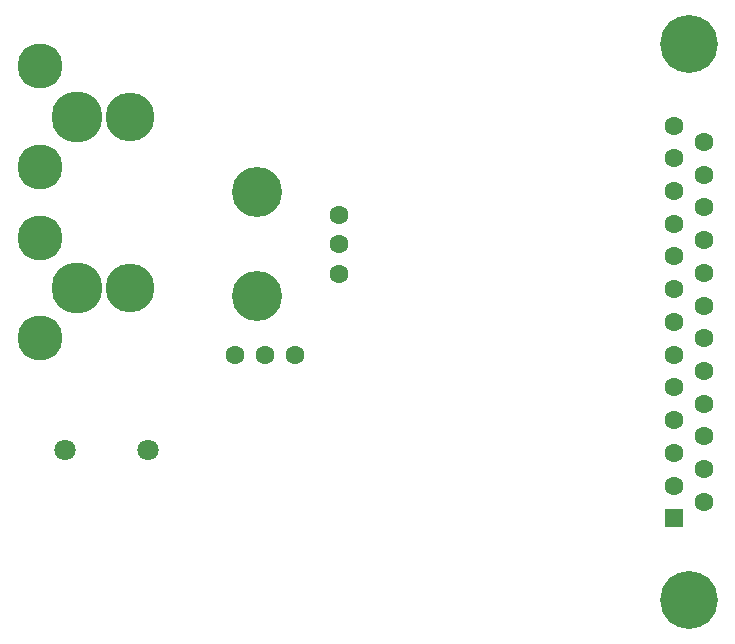
<source format=gbr>
%TF.GenerationSoftware,KiCad,Pcbnew,(5.1.6)-1*%
%TF.CreationDate,2022-10-11T10:20:53-04:00*%
%TF.ProjectId,AP420-renewed,41503432-302d-4726-956e-657765642e6b,rev?*%
%TF.SameCoordinates,Original*%
%TF.FileFunction,Soldermask,Bot*%
%TF.FilePolarity,Negative*%
%FSLAX46Y46*%
G04 Gerber Fmt 4.6, Leading zero omitted, Abs format (unit mm)*
G04 Created by KiCad (PCBNEW (5.1.6)-1) date 2022-10-11 10:20:53*
%MOMM*%
%LPD*%
G01*
G04 APERTURE LIST*
%ADD10R,1.600000X1.600000*%
%ADD11C,1.600000*%
%ADD12C,4.900000*%
%ADD13C,1.800000*%
%ADD14C,4.330000*%
%ADD15C,4.135000*%
%ADD16C,3.820000*%
%ADD17C,4.249000*%
G04 APERTURE END LIST*
D10*
%TO.C,J0*%
X215300000Y-99700000D03*
D11*
X215300000Y-96930000D03*
X215300000Y-94160000D03*
X215300000Y-91390000D03*
X215300000Y-88620000D03*
X215300000Y-85850000D03*
X215300000Y-83080000D03*
X215300000Y-80310000D03*
X215300000Y-77540000D03*
X215300000Y-74770000D03*
X215300000Y-72000000D03*
X215300000Y-69230000D03*
X215300000Y-66460000D03*
X217840000Y-98315000D03*
X217840000Y-95545000D03*
X217840000Y-92775000D03*
X217840000Y-90005000D03*
X217840000Y-87235000D03*
X217840000Y-84465000D03*
X217840000Y-81695000D03*
X217840000Y-78925000D03*
X217840000Y-76155000D03*
X217840000Y-73385000D03*
X217840000Y-70615000D03*
X217840000Y-67845000D03*
D12*
X216570000Y-106600000D03*
X216570000Y-59560000D03*
%TD*%
D13*
%TO.C,J1*%
X163800000Y-93900000D03*
X170800000Y-93900000D03*
%TD*%
D14*
%TO.C,J2*%
X164800000Y-65700000D03*
D15*
X169300000Y-65700000D03*
D16*
X161650000Y-69950000D03*
X161650000Y-61450000D03*
%TD*%
D14*
%TO.C,J3*%
X164800000Y-80200000D03*
D15*
X169300000Y-80200000D03*
D16*
X161650000Y-84450000D03*
X161650000Y-75950000D03*
%TD*%
D11*
%TO.C,S1*%
X180700000Y-85900000D03*
X183240000Y-85900000D03*
X178160000Y-85900000D03*
%TD*%
%TO.C,VR1*%
X187000000Y-79000000D03*
X187000000Y-76500000D03*
X187000000Y-74000000D03*
D17*
X180000000Y-80900000D03*
X180000000Y-72100000D03*
%TD*%
M02*

</source>
